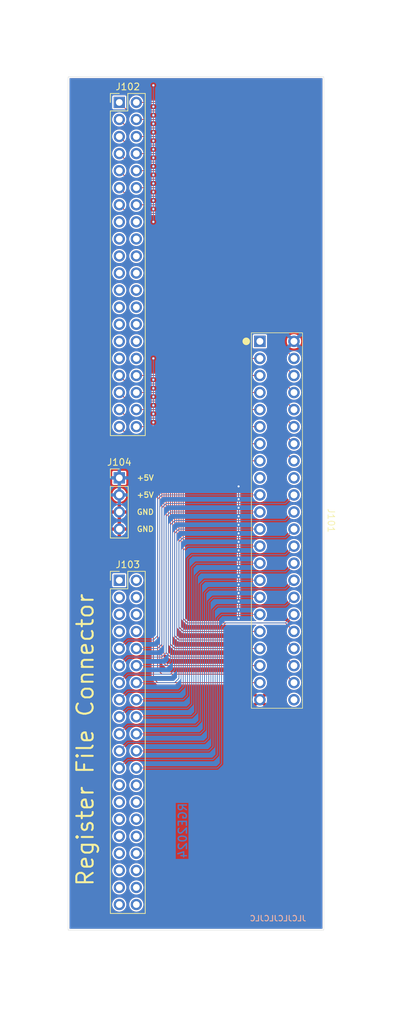
<source format=kicad_pcb>
(kicad_pcb (version 20240108) (generator "pcbnew") (generator_version "8.0")
  (layers (0 "F.Cu" signal) (31 "B.Cu" signal) (34 "B.Paste" user) (35 "F.Paste" user) (36 "B.SilkS" user "B.Silkscreen") (37 "F.SilkS" user "F.Silkscreen") (38 "B.Mask" user) (39 "F.Mask" user) (44 "Edge.Cuts" user))
  (net 0 "")
  (net 1 "/A0")
  (net 2 "/B4")
  (net 3 "/B6")
  (net 4 "/A2")
  (net 5 "/CLK")
  (net 6 "/R_{A}1")
  (net 8 "/B0")
  (net 11 "/~{Active}")
  (net 12 "/R_{B}1")
  (net 13 "/A1")
  (net 14 "/C2")
  (net 15 "/R_{C}1")
  (net 16 "/R_{C}0")
  (net 17 "/B7")
  (net 18 "/R_{A}0")
  (net 19 "/B2")
  (net 20 "/R_{B}3")
  (net 21 "/C1")
  (net 23 "/R_{A}2")
  (net 24 "/R_{C}3")
  (net 25 "/C3")
  (net 26 "/R_{C}2")
  (net 27 "/A5")
  (net 28 "/C6")
  (net 29 "/C7")
  (net 30 "GND")
  (net 31 "/A6")
  (net 32 "/B1")
  (net 33 "/C5")
  (net 34 "/B5")
  (net 35 "/A7")
  (net 36 "+5V")
  (net 37 "/R_{B}2")
  (net 38 "/R_{B}0")
  (net 39 "/R_{A}3")
  (net 40 "/A3")
  (net 41 "/A4")
  (net 42 "/B3")
  (net 43 "/C0")
  (net 44 "/C4")
  (footprint "BoardEdgeConnectors:TE-5530843-4-Mount" (layer "F.Cu") (at 132.715 113.03 -90)
    (property "Reference" "J101" (at 0 -8.08 -90) (layer "F.SilkS") (effects (font (thickness 0.1))))
    (property "Value" "~")
    (fp_rect (start -27.94 -3.81) (end 27.94 3.81) (stroke (width 0.1)) (fill none) (layer "F.SilkS"))
    (fp_circle (center -26.67 4.572) (end -26.162 4.572) (stroke (width 0.1)) (fill solid) (layer "F.SilkS"))
    (pad "A1" thru_hole rect (at -26.67 2.54 270) (size 1.7272 1.7272) (drill 1.016) (layers "*.Cu" "*.Mask"))
    (pad "A2" thru_hole circle (at -24.13 2.54 270) (size 1.7272 1.7272) (drill 1.016) (layers "*.Cu" "*.Mask") (net 16 "/R_{C}0"))
    (pad "A3" thru_hole circle (at -21.59 2.54 270) (size 1.7272 1.7272) (drill 1.016) (layers "*.Cu" "*.Mask") (net 26 "/R_{C}2"))
    (pad "A4" thru_hole circle (at -19.05 2.54 270) (size 1.7272 1.7272) (drill 1.016) (layers "*.Cu" "*.Mask") (net 11 "/~{Active}"))
    (pad "A5" thru_hole circle (at -16.51 2.54 270) (size 1.7272 1.7272) (drill 1.016) (layers "*.Cu" "*.Mask") (net 38 "/R_{B}0"))
    (pad "A6" thru_hole circle (at -13.97 2.54 270) (size 1.7272 1.7272) (drill 1.016) (layers "*.Cu" "*.Mask") (net 37 "/R_{B}2"))
    (pad "A7" thru_hole circle (at -11.43 2.54 270) (size 1.7272 1.7272) (drill 1.016) (layers "*.Cu" "*.Mask") (net 18 "/R_{A}0"))
    (pad "A8" thru_hole circle (at -8.89 2.54 270) (size 1.7272 1.7272) (drill 1.016) (layers "*.Cu" "*.Mask") (net 23 "/R_{A}2"))
    (pad "A9" thru_hole circle (at -6.35 2.54 270) (size 1.7272 1.7272) (drill 1.016) (layers "*.Cu" "*.Mask"))
    (pad "A10" thru_hole circle (at -3.81 2.54 270) (size 1.7272 1.7272) (drill 1.016) (layers "*.Cu" "*.Mask") (net 1 "/A0"))
    (pad "A11" thru_hole circle (at -1.27 2.54 270) (size 1.7272 1.7272) (drill 1.016) (layers "*.Cu" "*.Mask") (net 4 "/A2"))
    (pad "A12" thru_hole circle (at 1.27 2.54 270) (size 1.7272 1.7272) (drill 1.016) (layers "*.Cu" "*.Mask") (net 41 "/A4"))
    (pad "A13" thru_hole circle (at 3.81 2.54 270) (size 1.7272 1.7272) (drill 1.016) (layers "*.Cu" "*.Mask") (net 31 "/A6"))
    (pad "A14" thru_hole circle (at 6.35 2.54 270) (size 1.7272 1.7272) (drill 1.016) (layers "*.Cu" "*.Mask") (net 8 "/B0"))
    (pad "A15" thru_hole circle (at 8.89 2.54 270) (size 1.7272 1.7272) (drill 1.016) (layers "*.Cu" "*.Mask") (net 19 "/B2"))
    (pad "A16" thru_hole circle (at 11.43 2.54 270) (size 1.7272 1.7272) (drill 1.016) (layers "*.Cu" "*.Mask") (net 2 "/B4"))
    (pad "A17" thru_hole circle (at 13.97 2.54 270) (size 1.7272 1.7272) (drill 1.016) (layers "*.Cu" "*.Mask") (net 3 "/B6"))
    (pad "A18" thru_hole circle (at 16.51 2.54 270) (size 1.7272 1.7272) (drill 1.016) (layers "*.Cu" "*.Mask") (net 43 "/C0"))
    (pad "A19" thru_hole circle (at 19.05 2.54 270) (size 1.7272 1.7272) (drill 1.016) (layers "*.Cu" "*.Mask") (net 14 "/C2"))
    (pad "A20" thru_hole circle (at 21.59 2.54 270) (size 1.7272 1.7272) (drill 1.016) (layers "*.Cu" "*.Mask") (net 44 "/C4"))
    (pad "A21" thru_hole circle (at 24.13 2.54 270) (size 1.7272 1.7272) (drill 1.016) (layers "*.Cu" "*.Mask") (net 28 "/C6"))
    (pad "A22" thru_hole circle (at 26.67 2.54 270) (size 1.7272 1.7272) (drill 1.016) (layers "*.Cu" "*.Mask") (net 30 "GND"))
    (pad "B1" thru_hole circle (at -26.67 -2.54 270) (size 1.7272 1.7272) (drill 1.016) (layers "*.Cu" "*.Mask") (net 36 "+5V"))
    (pad "B2" thru_hole circle (at -24.13 -2.54 270) (size 1.7272 1.7272) (drill 1.016) (layers "*.Cu" "*.Mask") (net 15 "/R_{C}1"))
    (pad "B3" thru_hole circle (at -21.59 -2.54 270) (size 1.7272 1.7272) (drill 1.016) (layers "*.Cu" "*.Mask") (net 24 "/R_{C}3"))
    (pad "B4" thru_hole circle (at -19.05 -2.54 270) (size 1.7272 1.7272) (drill 1.016) (layers "*.Cu" "*.Mask") (net 5 "/CLK"))
    (pad "B5" thru_hole circle (at -16.51 -2.54 270) (size 1.7272 1.7272) (drill 1.016) (layers "*.Cu" "*.Mask") (net 12 "/R_{B}1"))
    (pad "B6" thru_hole circle (at -13.97 -2.54 270) (size 1.7272 1.7272) (drill 1.016) (layers "*.Cu" "*.Mask") (net 20 "/R_{B}3"))
    (pad "B7" thru_hole circle (at -11.43 -2.54 270) (size 1.7272 1.7272) (drill 1.016) (layers "*.Cu" "*.Mask") (net 6 "/R_{A}1"))
    (pad "B8" thru_hole circle (at -8.89 -2.54 270) (size 1.7272 1.7272) (drill 1.016) (layers "*.Cu" "*.Mask") (net 39 "/R_{A}3"))
    (pad "B9" thru_hole circle (at -6.35 -2.54 270) (size 1.7272 1.7272) (drill 1.016) (layers "*.Cu" "*.Mask"))
    (pad "B10" thru_hole circle (at -3.81 -2.54 270) (size 1.7272 1.7272) (drill 1.016) (layers "*.Cu" "*.Mask") (net 13 "/A1"))
    (pad "B11" thru_hole circle (at -1.27 -2.54 270) (size 1.7272 1.7272) (drill 1.016) (layers "*.Cu" "*.Mask") (net 40 "/A3"))
    (pad "B12" thru_hole circle (at 1.27 -2.54 270) (size 1.7272 1.7272) (drill 1.016) (layers "*.Cu" "*.Mask") (net 27 "/A5"))
    (pad "B13" thru_hole circle (at 3.81 -2.54 270) (size 1.7272 1.7272) (drill 1.016) (layers "*.Cu" "*.Mask") (net 35 "/A7"))
    (pad "B14" thru_hole circle (at 6.35 -2.54 270) (size 1.7272 1.7272) (drill 1.016) (layers "*.Cu" "*.Mask") (net 32 "/B1"))
    (pad "B15" thru_hole circle (at 8.89 -2.54 270) (size 1.7272 1.7272) (drill 1.016) (layers "*.Cu" "*.Mask") (net 42 "/B3"))
    (pad "B16" thru_hole circle (at 11.43 -2.54 270) (size 1.7272 1.7272) (drill 1.016) (layers "*.Cu" "*.Mask") (net 34 "/B5"))
    (pad "B17" thru_hole circle (at 13.97 -2.54 270) (size 1.7272 1.7272) (drill 1.016) (layers "*.Cu" "*.Mask") (net 17 "/B7"))
    (pad "B18" thru_hole circle (at 16.51 -2.54 270) (size 1.7272 1.7272) (drill 1.016) (layers "*.Cu" "*.Mask") (net 21 "/C1"))
    (pad "B19" thru_hole circle (at 19.05 -2.54 270) (size 1.7272 1.7272) (drill 1.016) (layers "*.Cu" "*.Mask") (net 25 "/C3"))
    (pad "B20" thru_hole circle (at 21.59 -2.54 270) (size 1.7272 1.7272) (drill 1.016) (layers "*.Cu" "*.Mask") (net 33 "/C5"))
    (pad "B21" thru_hole circle (at 24.13 -2.54 270) (size 1.7272 1.7272) (drill 1.016) (layers "*.Cu" "*.Mask") (net 29 "/C7"))
    (pad "B22" thru_hole circle (at 26.67 -2.54 270) (size 1.7272 1.7272) (drill 1.016) (layers "*.Cu" "*.Mask"))
  )
  (footprint "Connector_PinHeader_2.54mm:PinHeader_2x20_P2.54mm_Vertical" (layer "F.Cu") (at 109.22 121.92)
    (property "Reference" "J103" (at 1.27 -2.33 0) (layer "F.SilkS"))
    (property "Value" "Conn_02x20_Odd_Even")
    (fp_line (start -1.33 -1.33) (end 0 -1.33) (stroke (width 0.12)) (layer "F.SilkS"))
    (fp_line (start -1.33 0) (end -1.33 -1.33) (stroke (width 0.12)) (layer "F.SilkS"))
    (fp_line (start -1.33 1.27) (end -1.33 49.59) (stroke (width 0.12)) (layer "F.SilkS"))
    (fp_line (start -1.33 1.27) (end 1.27 1.27) (stroke (width 0.12)) (layer "F.SilkS"))
    (fp_line (start -1.33 49.59) (end 3.87 49.59) (stroke (width 0.12)) (layer "F.SilkS"))
    (fp_line (start 1.27 -1.33) (end 3.87 -1.33) (stroke (width 0.12)) (layer "F.SilkS"))
    (fp_line (start 1.27 1.27) (end 1.27 -1.33) (stroke (width 0.12)) (layer "F.SilkS"))
    (fp_line (start 3.87 -1.33) (end 3.87 49.59) (stroke (width 0.12)) (layer "F.SilkS"))
    (pad "1" thru_hole rect (at 0 0) (size 1.7 1.7) (drill 1) (layers "*.Cu" "*.Mask"))
    (pad "2" thru_hole oval (at 2.54 0) (size 1.7 1.7) (drill 1) (layers "*.Cu" "*.Mask"))
    (pad "3" thru_hole oval (at 0 2.54) (size 1.7 1.7) (drill 1) (layers "*.Cu" "*.Mask"))
    (pad "4" thru_hole oval (at 2.54 2.54) (size 1.7 1.7) (drill 1) (layers "*.Cu" "*.Mask"))
    (pad "5" thru_hole oval (at 0 5.08) (size 1.7 1.7) (drill 1) (layers "*.Cu" "*.Mask"))
    (pad "6" thru_hole oval (at 2.54 5.08) (size 1.7 1.7) (drill 1) (layers "*.Cu" "*.Mask"))
    (pad "7" thru_hole oval (at 0 7.62) (size 1.7 1.7) (drill 1) (layers "*.Cu" "*.Mask"))
    (pad "8" thru_hole oval (at 2.54 7.62) (size 1.7 1.7) (drill 1) (layers "*.Cu" "*.Mask"))
    (pad "9" thru_hole oval (at 0 10.16) (size 1.7 1.7) (drill 1) (layers "*.Cu" "*.Mask") (net 1 "/A0"))
    (pad "10" thru_hole oval (at 2.54 10.16) (size 1.7 1.7) (drill 1) (layers "*.Cu" "*.Mask") (net 13 "/A1"))
    (pad "11" thru_hole oval (at 0 12.7) (size 1.7 1.7) (drill 1) (layers "*.Cu" "*.Mask") (net 4 "/A2"))
    (pad "12" thru_hole oval (at 2.54 12.7) (size 1.7 1.7) (drill 1) (layers "*.Cu" "*.Mask") (net 40 "/A3"))
    (pad "13" thru_hole oval (at 0 15.24) (size 1.7 1.7) (drill 1) (layers "*.Cu" "*.Mask") (net 41 "/A4"))
    (pad "14" thru_hole oval (at 2.54 15.24) (size 1.7 1.7) (drill 1) (layers "*.Cu" "*.Mask") (net 27 "/A5"))
    (pad "15" thru_hole oval (at 0 17.78) (size 1.7 1.7) (drill 1) (layers "*.Cu" "*.Mask") (net 31 "/A6"))
    (pad "16" thru_hole oval (at 2.54 17.78) (size 1.7 1.7) (drill 1) (layers "*.Cu" "*.Mask") (net 35 "/A7"))
    (pad "17" thru_hole oval (at 0 20.32) (size 1.7 1.7) (drill 1) (layers "*.Cu" "*.Mask") (net 8 "/B0"))
    (pad "18" thru_hole oval (at 2.54 20.32) (size 1.7 1.7) (drill 1) (layers "*.Cu" "*.Mask") (net 32 "/B1"))
    (pad "19" thru_hole oval (at 0 22.86) (size 1.7 1.7) (drill 1) (layers "*.Cu" "*.Mask") (net 19 "/B2"))
    (pad "20" thru_hole oval (at 2.54 22.86) (size 1.7 1.7) (drill 1) (layers "*.Cu" "*.Mask") (net 42 "/B3"))
    (pad "21" thru_hole oval (at 0 25.4) (size 1.7 1.7) (drill 1) (layers "*.Cu" "*.Mask") (net 2 "/B4"))
    (pad "22" thru_hole oval (at 2.54 25.4) (size 1.7 1.7) (drill 1) (layers "*.Cu" "*.Mask") (net 34 "/B5"))
    (pad "23" thru_hole oval (at 0 27.94) (size 1.7 1.7) (drill 1) (layers "*.Cu" "*.Mask") (net 3 "/B6"))
    (pad "24" thru_hole oval (at 2.54 27.94) (size 1.7 1.7) (drill 1) (layers "*.Cu" "*.Mask") (net 17 "/B7"))
    (pad "25" thru_hole oval (at 0 30.48) (size 1.7 1.7) (drill 1) (layers "*.Cu" "*.Mask"))
    (pad "26" thru_hole oval (at 2.54 30.48) (size 1.7 1.7) (drill 1) (layers "*.Cu" "*.Mask"))
    (pad "27" thru_hole oval (at 0 33.02) (size 1.7 1.7) (drill 1) (layers "*.Cu" "*.Mask"))
    (pad "28" thru_hole oval (at 2.54 33.02) (size 1.7 1.7) (drill 1) (layers "*.Cu" "*.Mask"))
    (pad "29" thru_hole oval (at 0 35.56) (size 1.7 1.7) (drill 1) (layers "*.Cu" "*.Mask"))
    (pad "30" thru_hole oval (at 2.54 35.56) (size 1.7 1.7) (drill 1) (layers "*.Cu" "*.Mask"))
    (pad "31" thru_hole oval (at 0 38.1) (size 1.7 1.7) (drill 1) (layers "*.Cu" "*.Mask"))
    (pad "32" thru_hole oval (at 2.54 38.1) (size 1.7 1.7) (drill 1) (layers "*.Cu" "*.Mask"))
    (pad "33" thru_hole oval (at 0 40.64) (size 1.7 1.7) (drill 1) (layers "*.Cu" "*.Mask"))
    (pad "34" thru_hole oval (at 2.54 40.64) (size 1.7 1.7) (drill 1) (layers "*.Cu" "*.Mask"))
    (pad "35" thru_hole oval (at 0 43.18) (size 1.7 1.7) (drill 1) (layers "*.Cu" "*.Mask"))
    (pad "36" thru_hole oval (at 2.54 43.18) (size 1.7 1.7) (drill 1) (layers "*.Cu" "*.Mask"))
    (pad "37" thru_hole oval (at 0 45.72) (size 1.7 1.7) (drill 1) (layers "*.Cu" "*.Mask"))
    (pad "38" thru_hole oval (at 2.54 45.72) (size 1.7 1.7) (drill 1) (layers "*.Cu" "*.Mask"))
    (pad "39" thru_hole oval (at 0 48.26) (size 1.7 1.7) (drill 1) (layers "*.Cu" "*.Mask"))
    (pad "40" thru_hole oval (at 2.54 48.26) (size 1.7 1.7) (drill 1) (layers "*.Cu" "*.Mask"))
  )
  (footprint "Connector_PinHeader_2.54mm:PinHeader_2x20_P2.54mm_Vertical" (layer "F.Cu") (at 109.22 50.8)
    (property "Reference" "J102" (at 1.27 -2.33 0) (layer "F.SilkS"))
    (property "Value" "Conn_02x20_Odd_Even")
    (fp_line (start -1.33 -1.33) (end 0 -1.33) (stroke (width 0.12)) (layer "F.SilkS"))
    (fp_line (start -1.33 0) (end -1.33 -1.33) (stroke (width 0.12)) (layer "F.SilkS"))
    (fp_line (start -1.33 1.27) (end -1.33 49.59) (stroke (width 0.12)) (layer "F.SilkS"))
    (fp_line (start -1.33 1.27) (end 1.27 1.27) (stroke (width 0.12)) (layer "F.SilkS"))
    (fp_line (start -1.33 49.59) (end 3.87 49.59) (stroke (width 0.12)) (layer "F.SilkS"))
    (fp_line (start 1.27 -1.33) (end 3.87 -1.33) (stroke (width 0.12)) (layer "F.SilkS"))
    (fp_line (start 1.27 1.27) (end 1.27 -1.33) (stroke (width 0.12)) (layer "F.SilkS"))
    (fp_line (start 3.87 -1.33) (end 3.87 49.59) (stroke (width 0.12)) (layer "F.SilkS"))
    (pad "1" thru_hole rect (at 0 0) (size 1.7 1.7) (drill 1) (layers "*.Cu" "*.Mask") (net 16 "/R_{C}0"))
    (pad "2" thru_hole oval (at 2.54 0) (size 1.7 1.7) (drill 1) (layers "*.Cu" "*.Mask") (net 15 "/R_{C}1"))
    (pad "3" thru_hole oval (at 0 2.54) (size 1.7 1.7) (drill 1) (layers "*.Cu" "*.Mask") (net 26 "/R_{C}2"))
    (pad "4" thru_hole oval (at 2.54 2.54) (size 1.7 1.7) (drill 1) (layers "*.Cu" "*.Mask") (net 24 "/R_{C}3"))
    (pad "5" thru_hole oval (at 0 5.08) (size 1.7 1.7) (drill 1) (layers "*.Cu" "*.Mask") (net 11 "/~{Active}"))
    (pad "6" thru_hole oval (at 2.54 5.08) (size 1.7 1.7) (drill 1) (layers "*.Cu" "*.Mask") (net 5 "/CLK"))
    (pad "7" thru_hole oval (at 0 7.62) (size 1.7 1.7) (drill 1) (layers "*.Cu" "*.Mask") (net 38 "/R_{B}0"))
    (pad "8" thru_hole oval (at 2.54 7.62) (size 1.7 1.7) (drill 1) (layers "*.Cu" "*.Mask") (net 12 "/R_{B}1"))
    (pad "9" thru_hole oval (at 0 10.16) (size 1.7 1.7) (drill 1) (layers "*.Cu" "*.Mask") (net 37 "/R_{B}2"))
    (pad "10" thru_hole oval (at 2.54 10.16) (size 1.7 1.7) (drill 1) (layers "*.Cu" "*.Mask") (net 20 "/R_{B}3"))
    (pad "11" thru_hole oval (at 0 12.7) (size 1.7 1.7) (drill 1) (layers "*.Cu" "*.Mask") (net 18 "/R_{A}0"))
    (pad "12" thru_hole oval (at 2.54 12.7) (size 1.7 1.7) (drill 1) (layers "*.Cu" "*.Mask") (net 6 "/R_{A}1"))
    (pad "13" thru_hole oval (at 0 15.24) (size 1.7 1.7) (drill 1) (layers "*.Cu" "*.Mask") (net 23 "/R_{A}2"))
    (pad "14" thru_hole oval (at 2.54 15.24) (size 1.7 1.7) (drill 1) (layers "*.Cu" "*.Mask") (net 39 "/R_{A}3"))
    (pad "15" thru_hole oval (at 0 17.78) (size 1.7 1.7) (drill 1) (layers "*.Cu" "*.Mask"))
    (pad "16" thru_hole oval (at 2.54 17.78) (size 1.7 1.7) (drill 1) (layers "*.Cu" "*.Mask"))
    (pad "17" thru_hole oval (at 0 20.32) (size 1.7 1.7) (drill 1) (layers "*.Cu" "*.Mask"))
    (pad "18" thru_hole oval (at 2.54 20.32) (size 1.7 1.7) (drill 1) (layers "*.Cu" "*.Mask"))
    (pad "19" thru_hole oval (at 0 22.86) (size 1.7 1.7) (drill 1) (layers "*.Cu" "*.Mask"))
    (pad "20" thru_hole oval (at 2.54 22.86) (size 1.7 1.7) (drill 1) (layers "*.Cu" "*.Mask"))
    (pad "21" thru_hole oval (at 0 25.4) (size 1.7 1.7) (drill 1) (layers "*.Cu" "*.Mask"))
    (pad "22" thru_hole oval (at 2.54 25.4) (size 1.7 1.7) (drill 1) (layers "*.Cu" "*.Mask"))
    (pad "23" thru_hole oval (at 0 27.94) (size 1.7 1.7) (drill 1) (layers "*.Cu" "*.Mask"))
    (pad "24" thru_hole oval (at 2.54 27.94) (size 1.7 1.7) (drill 1) (layers "*.Cu" "*.Mask"))
    (pad "25" thru_hole oval (at 0 30.48) (size 1.7 1.7) (drill 1) (layers "*.Cu" "*.Mask"))
    (pad "26" thru_hole oval (at 2.54 30.48) (size 1.7 1.7) (drill 1) (layers "*.Cu" "*.Mask"))
    (pad "27" thru_hole oval (at 0 33.02) (size 1.7 1.7) (drill 1) (layers "*.Cu" "*.Mask"))
    (pad "28" thru_hole oval (at 2.54 33.02) (size 1.7 1.7) (drill 1) (layers "*.Cu" "*.Mask"))
    (pad "29" thru_hole oval (at 0 35.56) (size 1.7 1.7) (drill 1) (layers "*.Cu" "*.Mask"))
    (pad "30" thru_hole oval (at 2.54 35.56) (size 1.7 1.7) (drill 1) (layers "*.Cu" "*.Mask"))
    (pad "31" thru_hole oval (at 0 38.1) (size 1.7 1.7) (drill 1) (layers "*.Cu" "*.Mask"))
    (pad "32" thru_hole oval (at 2.54 38.1) (size 1.7 1.7) (drill 1) (layers "*.Cu" "*.Mask"))
    (pad "33" thru_hole oval (at 0 40.64) (size 1.7 1.7) (drill 1) (layers "*.Cu" "*.Mask") (net 43 "/C0"))
    (pad "34" thru_hole oval (at 2.54 40.64) (size 1.7 1.7) (drill 1) (layers "*.Cu" "*.Mask") (net 21 "/C1"))
    (pad "35" thru_hole oval (at 0 43.18) (size 1.7 1.7) (drill 1) (layers "*.Cu" "*.Mask") (net 14 "/C2"))
    (pad "36" thru_hole oval (at 2.54 43.18) (size 1.7 1.7) (drill 1) (layers "*.Cu" "*.Mask") (net 25 "/C3"))
    (pad "37" thru_hole oval (at 0 45.72) (size 1.7 1.7) (drill 1) (layers "*.Cu" "*.Mask") (net 44 "/C4"))
    (pad "38" thru_hole oval (at 2.54 45.72) (size 1.7 1.7) (drill 1) (layers "*.Cu" "*.Mask") (net 33 "/C5"))
    (pad "39" thru_hole oval (at 0 48.26) (size 1.7 1.7) (drill 1) (layers "*.Cu" "*.Mask") (net 28 "/C6"))
    (pad "40" thru_hole oval (at 2.54 48.26) (size 1.7 1.7) (drill 1) (layers "*.Cu" "*.Mask") (net 29 "/C7"))
  )
  (footprint "Connector_PinHeader_2.54mm:PinHeader_1x04_P2.54mm_Vertical" (layer "F.Cu") (at 109.22 106.68)
    (property "Reference" "J104" (at 0 -2.33 0) (layer "F.SilkS"))
    (property "Value" "Conn_01x04")
    (fp_line (start -1.33 -1.33) (end 0 -1.33) (stroke (width 0.12)) (layer "F.SilkS"))
    (fp_line (start -1.33 0) (end -1.33 -1.33) (stroke (width 0.12)) (layer "F.SilkS"))
    (fp_line (start -1.33 1.27) (end -1.33 8.95) (stroke (width 0.12)) (layer "F.SilkS"))
    (fp_line (start -1.33 1.27) (end 1.33 1.27) (stroke (width 0.12)) (layer "F.SilkS"))
    (fp_line (start -1.33 8.95) (end 1.33 8.95) (stroke (width 0.12)) (layer "F.SilkS"))
    (fp_line (start 1.33 1.27) (end 1.33 8.95) (stroke (width 0.12)) (layer "F.SilkS"))
    (pad "1" thru_hole rect (at 0 0) (size 1.7 1.7) (drill 1) (layers "*.Cu" "*.Mask") (net 36 "+5V"))
    (pad "2" thru_hole oval (at 0 2.54) (size 1.7 1.7) (drill 1) (layers "*.Cu" "*.Mask") (net 36 "+5V"))
    (pad "3" thru_hole oval (at 0 5.08) (size 1.7 1.7) (drill 1) (layers "*.Cu" "*.Mask") (net 30 "GND"))
    (pad "4" thru_hole oval (at 0 7.62) (size 1.7 1.7) (drill 1) (layers "*.Cu" "*.Mask") (net 30 "GND"))
  )
  (gr_rect (start 101.6 46.99) (end 139.7 173.99) (stroke (width 0.05)) (fill none) (layer "Edge.Cuts"))
  (gr_text "RGE2024" (at 119.38 154.94 90) (layer "B.Cu") (effects (font (size 1.2192 1.2192) (thickness 0.2032) (bold yes)) (justify left bottom mirror)))
  (gr_text "JLCJLCJLCJLC" (at 137.16 172.72 0) (layer "B.SilkS") (effects (font (size 0.8128 0.8128) (thickness 0.1524) (bold yes)) (justify left bottom mirror)))
  (gr_text "+5V" (at 111.76 109.22 0) (layer "F.SilkS") (effects (font (size 0.8128 0.8128) (thickness 0.1524) (bold yes)) (justify left)))
  (gr_text "GND" (at 111.76 111.76 0) (layer "F.SilkS") (effects (font (size 0.8128 0.8128) (thickness 0.1524) (bold yes)) (justify left)))
  (gr_text "GND" (at 111.76 114.3 0) (layer "F.SilkS") (effects (font (size 0.8128 0.8128) (thickness 0.1524) (bold yes)) (justify left)))
  (gr_text "+5V" (at 111.76 106.68 0) (layer "F.SilkS") (effects (font (size 0.8128 0.8128) (thickness 0.1524) (bold yes)) (justify left)))
  (gr_text "Register File Connector" (at 104.14 167.64 90) (layer "F.SilkS") (effects (font (size 2.4384 2.4384) (thickness 0.3048)) (justify left)))
  (segment (start 110.49 130.81) (end 109.22 132.08) (width 0.127) (layer "B.Cu") (net 1))
  (segment (start 114.935 109.855) (end 114.935 130.175) (width 0.127) (layer "B.Cu") (net 1))
  (segment (start 114.935 130.175) (end 114.3 130.81) (width 0.127) (layer "B.Cu") (net 1))
  (segment (start 130.175 109.22) (end 115.57 109.22) (width 0.127) (layer "B.Cu") (net 1))
  (segment (start 115.57 109.22) (end 114.935 109.855) (width 0.127) (layer "B.Cu") (net 1))
  (segment (start 114.3 130.81) (end 110.49 130.81) (width 0.127) (layer "B.Cu") (net 1))
  (segment (start 122.555 145.415) (end 121.92 146.05) (width 0.127) (layer "B.Cu") (net 2))
  (segment (start 123.19 124.46) (end 122.555 125.095) (width 0.127) (layer "B.Cu") (net 2))
  (segment (start 130.175 124.46) (end 123.19 124.46) (width 0.127) (layer "B.Cu") (net 2))
  (segment (start 122.555 125.095) (end 122.555 145.415) (width 0.127) (layer "B.Cu") (net 2))
  (segment (start 110.49 146.05) (end 109.22 147.32) (width 0.127) (layer "B.Cu") (net 2))
  (segment (start 121.92 146.05) (end 110.49 146.05) (width 0.127) (layer "B.Cu") (net 2))
  (segment (start 123.825 127.635) (end 123.825 147.955) (width 0.127) (layer "B.Cu") (net 3))
  (segment (start 124.46 127) (end 123.825 127.635) (width 0.127) (layer "B.Cu") (net 3))
  (segment (start 130.175 127) (end 124.46 127) (width 0.127) (layer "B.Cu") (net 3))
  (segment (start 110.49 148.59) (end 109.22 149.86) (width 0.127) (layer "B.Cu") (net 3))
  (segment (start 123.19 148.59) (end 110.49 148.59) (width 0.127) (layer "B.Cu") (net 3))
  (segment (start 123.825 147.955) (end 123.19 148.59) (width 0.127) (layer "B.Cu") (net 3))
  (segment (start 116.205 112.395) (end 116.205 132.715) (width 0.127) (layer "B.Cu") (net 4))
  (segment (start 116.205 132.715) (end 115.57 133.35) (width 0.127) (layer "B.Cu") (net 4))
  (segment (start 116.84 111.76) (end 116.205 112.395) (width 0.127) (layer "B.Cu") (net 4))
  (segment (start 130.175 111.76) (end 116.84 111.76) (width 0.127) (layer "B.Cu") (net 4))
  (segment (start 110.49 133.35) (end 109.22 134.62) (width 0.127) (layer "B.Cu") (net 4))
  (segment (start 115.57 133.35) (end 110.49 133.35) (width 0.127) (layer "B.Cu") (net 4))
  (segment (start 111.76 55.88) (end 125.095 55.88) (width 0.127) (layer "F.Cu") (net 5))
  (segment (start 125.095 55.88) (end 125.73 56.515) (width 0.127) (layer "F.Cu") (net 5))
  (segment (start 125.73 92.075) (end 126.365 92.71) (width 0.127) (layer "F.Cu") (net 5))
  (segment (start 126.365 92.71) (end 133.985 92.71) (width 0.127) (layer "F.Cu") (net 5))
  (segment (start 125.73 56.515) (end 125.73 92.075) (width 0.127) (layer "F.Cu") (net 5))
  (segment (start 133.985 92.71) (end 135.255 93.98) (width 0.127) (layer "F.Cu") (net 5))
  (segment (start 121.285 63.5) (end 121.92 64.135) (width 0.127) (layer "F.Cu") (net 6))
  (segment (start 111.76 63.5) (end 121.285 63.5) (width 0.127) (layer "F.Cu") (net 6))
  (segment (start 121.92 99.695) (end 122.555 100.33) (width 0.127) (layer "F.Cu") (net 6))
  (segment (start 122.555 100.33) (end 133.985 100.33) (width 0.127) (layer "F.Cu") (net 6))
  (segment (start 133.985 100.33) (end 135.255 101.6) (width 0.127) (layer "F.Cu") (net 6))
  (segment (start 121.92 64.135) (end 121.92 99.695) (width 0.127) (layer "F.Cu") (net 6))
  (segment (start 119.38 140.97) (end 110.49 140.97) (width 0.127) (layer "B.Cu") (net 8))
  (segment (start 130.175 119.38) (end 120.65 119.38) (width 0.127) (layer "B.Cu") (net 8))
  (segment (start 120.015 120.015) (end 120.015 140.335) (width 0.127) (layer "B.Cu") (net 8))
  (segment (start 120.015 140.335) (end 119.38 140.97) (width 0.127) (layer "B.Cu") (net 8))
  (segment (start 110.49 140.97) (end 109.22 142.24) (width 0.127) (layer "B.Cu") (net 8))
  (segment (start 120.65 119.38) (end 120.015 120.015) (width 0.127) (layer "B.Cu") (net 8))
  (segment (start 110.49 57.15) (end 109.22 55.88) (width 0.127) (layer "F.Cu") (net 11))
  (segment (start 125.095 93.345) (end 125.095 57.785) (width 0.127) (layer "F.Cu") (net 11))
  (segment (start 124.46 57.15) (end 110.49 57.15) (width 0.127) (layer "F.Cu") (net 11))
  (segment (start 125.095 57.785) (end 124.46 57.15) (width 0.127) (layer "F.Cu") (net 11))
  (segment (start 125.73 93.98) (end 125.095 93.345) (width 0.127) (layer "F.Cu") (net 11))
  (segment (start 130.175 93.98) (end 125.73 93.98) (width 0.127) (layer "F.Cu") (net 11))
  (segment (start 125.095 95.25) (end 133.985 95.25) (width 0.127) (layer "F.Cu") (net 12))
  (segment (start 111.76 58.42) (end 123.825 58.42) (width 0.127) (layer "F.Cu") (net 12))
  (segment (start 123.825 58.42) (end 124.46 59.055) (width 0.127) (layer "F.Cu") (net 12))
  (segment (start 133.985 95.25) (end 135.255 96.52) (width 0.127) (layer "F.Cu") (net 12))
  (segment (start 124.46 94.615) (end 125.095 95.25) (width 0.127) (layer "F.Cu") (net 12))
  (segment (start 124.46 59.055) (end 124.46 94.615) (width 0.127) (layer "F.Cu") (net 12))
  (segment (start 111.76 132.08) (end 114.935 132.08) (width 0.127) (layer "B.Cu") (net 13))
  (segment (start 133.985 110.49) (end 135.255 109.22) (width 0.127) (layer "B.Cu") (net 13))
  (segment (start 115.57 111.125) (end 116.205 110.49) (width 0.127) (layer "B.Cu") (net 13))
  (segment (start 114.935 132.08) (end 115.57 131.445) (width 0.127) (layer "B.Cu") (net 13))
  (segment (start 115.57 131.445) (end 115.57 111.125) (width 0.127) (layer "B.Cu") (net 13))
  (segment (start 116.205 110.49) (end 133.985 110.49) (width 0.127) (layer "B.Cu") (net 13))
  (segment (start 116.84 131.445) (end 116.84 95.885) (width 0.127) (layer "F.Cu") (net 14))
  (segment (start 117.475 132.08) (end 116.84 131.445) (width 0.127) (layer "F.Cu") (net 14))
  (segment (start 110.49 95.25) (end 109.22 93.98) (width 0.127) (layer "F.Cu") (net 14))
  (segment (start 116.84 95.885) (end 116.205 95.25) (width 0.127) (layer "F.Cu") (net 14))
  (segment (start 130.175 132.08) (end 117.475 132.08) (width 0.127) (layer "F.Cu") (net 14))
  (segment (start 116.205 95.25) (end 110.49 95.25) (width 0.127) (layer "F.Cu") (net 14))
  (segment (start 135.255 88.9) (end 133.35 86.995) (width 0.127) (layer "F.Cu") (net 15))
  (segment (start 133.35 86.995) (end 133.35 51.435) (width 0.127) (layer "F.Cu") (net 15))
  (segment (start 133.35 51.435) (end 132.715 50.8) (width 0.127) (layer "F.Cu") (net 15))
  (segment (start 132.715 50.8) (end 111.76 50.8) (width 0.127) (layer "F.Cu") (net 15))
  (segment (start 110.49 52.07) (end 109.22 50.8) (width 0.127) (layer "F.Cu") (net 16))
  (segment (start 127.635 52.705) (end 127 52.07) (width 0.127) (layer "F.Cu") (net 16))
  (segment (start 128.27 88.9) (end 127.635 88.265) (width 0.127) (layer "F.Cu") (net 16))
  (segment (start 130.175 88.9) (end 128.27 88.9) (width 0.127) (layer "F.Cu") (net 16))
  (segment (start 127.635 88.265) (end 127.635 52.705) (width 0.127) (layer "F.Cu") (net 16))
  (segment (start 127 52.07) (end 110.49 52.07) (width 0.127) (layer "F.Cu") (net 16))
  (segment (start 125.095 128.27) (end 133.985 128.27) (width 0.127) (layer "B.Cu") (net 17))
  (segment (start 123.825 149.86) (end 124.46 149.225) (width 0.127) (layer "B.Cu") (net 17))
  (segment (start 133.985 128.27) (end 135.255 127) (width 0.127) (layer "B.Cu") (net 17))
  (segment (start 111.76 149.86) (end 123.825 149.86) (width 0.127) (layer "B.Cu") (net 17))
  (segment (start 124.46 149.225) (end 124.46 128.905) (width 0.127) (layer "B.Cu") (net 17))
  (segment (start 124.46 128.905) (end 125.095 128.27) (width 0.127) (layer "B.Cu") (net 17))
  (segment (start 121.285 65.405) (end 120.65 64.77) (width 0.127) (layer "F.Cu") (net 18))
  (segment (start 110.49 64.77) (end 109.22 63.5) (width 0.127) (layer "F.Cu") (net 18))
  (segment (start 121.92 101.6) (end 121.285 100.965) (width 0.127) (layer "F.Cu") (net 18))
  (segment (start 130.175 101.6) (end 121.92 101.6) (width 0.127) (layer "F.Cu") (net 18))
  (segment (start 120.65 64.77) (end 110.49 64.77) (width 0.127) (layer "F.Cu") (net 18))
  (segment (start 121.285 100.965) (end 121.285 65.405) (width 0.127) (layer "F.Cu") (net 18))
  (segment (start 130.175 121.92) (end 121.92 121.92) (width 0.127) (layer "B.Cu") (net 19))
  (segment (start 121.285 122.555) (end 121.285 142.875) (width 0.127) (layer "B.Cu") (net 19))
  (segment (start 121.285 142.875) (end 120.65 143.51) (width 0.127) (layer "B.Cu") (net 19))
  (segment (start 110.49 143.51) (end 109.22 144.78) (width 0.127) (layer "B.Cu") (net 19))
  (segment (start 120.65 143.51) (end 110.49 143.51) (width 0.127) (layer "B.Cu") (net 19))
  (segment (start 121.92 121.92) (end 121.285 122.555) (width 0.127) (layer "B.Cu") (net 19))
  (segment (start 123.825 97.79) (end 123.19 97.155) (width 0.127) (layer "F.Cu") (net 20))
  (segment (start 133.985 97.79) (end 123.825 97.79) (width 0.127) (layer "F.Cu") (net 20))
  (segment (start 123.19 61.595) (end 122.555 60.96) (width 0.127) (layer "F.Cu") (net 20))
  (segment (start 122.555 60.96) (end 111.76 60.96) (width 0.127) (layer "F.Cu") (net 20))
  (segment (start 123.19 97.155) (end 123.19 61.595) (width 0.127) (layer "F.Cu") (net 20))
  (segment (start 135.255 99.06) (end 133.985 97.79) (width 0.127) (layer "F.Cu") (net 20))
  (segment (start 118.11 91.44) (end 118.745 92.075) (width 0.127) (layer "F.Cu") (net 21))
  (segment (start 119.38 128.27) (end 133.985 128.27) (width 0.127) (layer "F.Cu") (net 21))
  (segment (start 118.745 127.635) (end 119.38 128.27) (width 0.127) (layer "F.Cu") (net 21))
  (segment (start 111.76 91.44) (end 118.11 91.44) (width 0.127) (layer "F.Cu") (net 21))
  (segment (start 133.985 128.27) (end 135.255 129.54) (width 0.127) (layer "F.Cu") (net 21))
  (segment (start 118.745 92.075) (end 118.745 127.635) (width 0.127) (layer "F.Cu") (net 21))
  (segment (start 110.49 67.31) (end 119.38 67.31) (width 0.127) (layer "F.Cu") (net 23))
  (segment (start 109.22 66.04) (end 110.49 67.31) (width 0.127) (layer "F.Cu") (net 23))
  (segment (start 119.38 67.31) (end 120.015 67.945) (width 0.127) (layer "F.Cu") (net 23))
  (segment (start 120.65 104.14) (end 130.175 104.14) (width 0.127) (layer "F.Cu") (net 23))
  (segment (start 120.015 67.945) (end 120.015 103.505) (width 0.127) (layer "F.Cu") (net 23))
  (segment (start 120.015 103.505) (end 120.65 104.14) (width 0.127) (layer "F.Cu") (net 23))
  (segment (start 126.365 53.34) (end 127 53.975) (width 0.127) (layer "F.Cu") (net 24))
  (segment (start 127 53.975) (end 127 89.535) (width 0.127) (layer "F.Cu") (net 24))
  (segment (start 127 89.535) (end 127.635 90.17) (width 0.127) (layer "F.Cu") (net 24))
  (segment (start 127.635 90.17) (end 133.985 90.17) (width 0.127) (layer "F.Cu") (net 24))
  (segment (start 133.985 90.17) (end 135.255 91.44) (width 0.127) (layer "F.Cu") (net 24))
  (segment (start 111.76 53.34) (end 126.365 53.34) (width 0.127) (layer "F.Cu") (net 24))
  (segment (start 116.84 93.98) (end 117.475 94.615) (width 0.127) (layer "F.Cu") (net 25))
  (segment (start 133.985 130.81) (end 135.255 132.08) (width 0.127) (layer "F.Cu") (net 25))
  (segment (start 111.76 93.98) (end 116.84 93.98) (width 0.127) (layer "F.Cu") (net 25))
  (segment (start 117.475 130.175) (end 118.11 130.81) (width 0.127) (layer "F.Cu") (net 25))
  (segment (start 117.475 94.615) (end 117.475 130.175) (width 0.127) (layer "F.Cu") (net 25))
  (segment (start 118.11 130.81) (end 133.985 130.81) (width 0.127) (layer "F.Cu") (net 25))
  (segment (start 127 91.44) (end 126.365 90.805) (width 0.127) (layer "F.Cu") (net 26))
  (segment (start 126.365 55.245) (end 125.73 54.61) (width 0.127) (layer "F.Cu") (net 26))
  (segment (start 125.73 54.61) (end 110.49 54.61) (width 0.127) (layer "F.Cu") (net 26))
  (segment (start 130.175 91.44) (end 127 91.44) (width 0.127) (layer "F.Cu") (net 26))
  (segment (start 110.49 54.61) (end 109.22 53.34) (width 0.127) (layer "F.Cu") (net 26))
  (segment (start 126.365 90.805) (end 126.365 55.245) (width 0.127) (layer "F.Cu") (net 26))
  (segment (start 117.475 137.16) (end 118.11 136.525) (width 0.127) (layer "B.Cu") (net 27))
  (segment (start 118.745 115.57) (end 133.985 115.57) (width 0.127) (layer "B.Cu") (net 27))
  (segment (start 111.76 137.16) (end 117.475 137.16) (width 0.127) (layer "B.Cu") (net 27))
  (segment (start 118.11 136.525) (end 118.11 116.205) (width 0.127) (layer "B.Cu") (net 27))
  (segment (start 133.985 115.57) (end 135.255 114.3) (width 0.127) (layer "B.Cu") (net 27))
  (segment (start 118.11 116.205) (end 118.745 115.57) (width 0.127) (layer "B.Cu") (net 27))
  (segment (start 109.22 99.06) (end 110.49 100.33) (width 0.127) (layer "F.Cu") (net 28))
  (segment (start 114.935 137.16) (end 130.175 137.16) (width 0.127) (layer "F.Cu") (net 28))
  (segment (start 114.3 100.965) (end 114.3 136.525) (width 0.127) (layer "F.Cu") (net 28))
  (segment (start 113.665 100.33) (end 114.3 100.965) (width 0.127) (layer "F.Cu") (net 28))
  (segment (start 110.49 100.33) (end 113.665 100.33) (width 0.127) (layer "F.Cu") (net 28))
  (segment (start 114.3 136.525) (end 114.935 137.16) (width 0.127) (layer "F.Cu") (net 28))
  (segment (start 114.3 99.06) (end 114.935 99.695) (width 0.127) (layer "F.Cu") (net 29))
  (segment (start 114.935 99.695) (end 114.935 135.255) (width 0.127) (layer "F.Cu") (net 29))
  (segment (start 115.57 135.89) (end 133.985 135.89) (width 0.127) (layer "F.Cu") (net 29))
  (segment (start 133.985 135.89) (end 135.255 137.16) (width 0.127) (layer "F.Cu") (net 29))
  (segment (start 114.935 135.255) (end 115.57 135.89) (width 0.127) (layer "F.Cu") (net 29))
  (segment (start 111.76 99.06) (end 114.3 99.06) (width 0.127) (layer "F.Cu") (net 29))
  (via (at 114.3 68.58) (size 0.45) (drill 0.3) (layers "F.Cu" "B.Cu") (net 30))
  (via (at 114.3 51.435) (size 0.45) (drill 0.3) (layers "F.Cu" "B.Cu") (net 30))
  (via (at 114.3 66.675) (size 0.45) (drill 0.3) (layers "F.Cu" "B.Cu") (net 30))
  (via (at 114.3 52.705) (size 0.45) (drill 0.3) (layers "F.Cu" "B.Cu") (net 30))
  (via (at 114.3 57.785) (size 0.45) (drill 0.3) (layers "F.Cu" "B.Cu") (net 30))
  (via (at 114.3 55.245) (size 0.45) (drill 0.3) (layers "F.Cu" "B.Cu") (net 30))
  (via (at 114.3 48.26) (size 0.45) (drill 0.3) (layers "F.Cu" "B.Cu") (net 30))
  (via (at 114.3 61.595) (size 0.45) (drill 0.3) (layers "F.Cu" "B.Cu") (net 30))
  (via (at 114.3 92.075) (size 0.45) (drill 0.3) (layers "F.Cu" "B.Cu") (net 30))
  (via (at 114.3 97.155) (size 0.45) (drill 0.3) (layers "F.Cu" "B.Cu") (net 30))
  (via (at 114.3 56.515) (size 0.45) (drill 0.3) (layers "F.Cu" "B.Cu") (net 30))
  (via (at 114.3 88.9) (size 0.45) (drill 0.3) (layers "F.Cu" "B.Cu") (net 30))
  (via (at 114.3 64.135) (size 0.45) (drill 0.3) (layers "F.Cu" "B.Cu") (net 30))
  (via (at 114.3 65.405) (size 0.45) (drill 0.3) (layers "F.Cu" "B.Cu") (net 30))
  (via (at 114.3 95.885) (size 0.45) (drill 0.3) (layers "F.Cu" "B.Cu") (net 30))
  (via (at 114.3 94.615) (size 0.45) (drill 0.3) (layers "F.Cu" "B.Cu") (net 30))
  (via (at 114.3 98.425) (size 0.45) (drill 0.3) (layers "F.Cu" "B.Cu") (net 30))
  (via (at 114.3 59.055) (size 0.45) (drill 0.3) (layers "F.Cu" "B.Cu") (net 30))
  (via (at 114.3 60.325) (size 0.45) (drill 0.3) (layers "F.Cu" "B.Cu") (net 30))
  (via (at 114.3 53.975) (size 0.45) (drill 0.3) (layers "F.Cu" "B.Cu") (net 30))
  (via (at 114.3 62.865) (size 0.45) (drill 0.3) (layers "F.Cu" "B.Cu") (net 30))
  (via (at 114.3 93.345) (size 0.45) (drill 0.3) (layers "F.Cu" "B.Cu") (net 30))
  (segment (start 114.3 66.675) (end 114.3 65.405) (width 0.127) (layer "B.Cu") (net 30))
  (segment (start 114.3 65.405) (end 114.3 64.135) (width 0.127) (layer "B.Cu") (net 30))
  (segment (start 114.3 94.615) (end 114.3 95.885) (width 0.127) (layer "B.Cu") (net 30))
  (segment (start 114.3 95.885) (end 114.3 97.155) (width 0.127) (layer "B.Cu") (net 30))
  (segment (start 114.3 59.055) (end 114.3 57.785) (width 0.127) (layer "B.Cu") (net 30))
  (segment (start 114.3 68.58) (end 114.3 66.675) (width 0.127) (layer "B.Cu") (net 30))
  (segment (start 114.3 53.975) (end 114.3 52.705) (width 0.127) (layer "B.Cu") (net 30))
  (segment (start 114.3 93.345) (end 114.3 94.615) (width 0.127) (layer "B.Cu") (net 30))
  (segment (start 114.3 92.075) (end 114.3 93.345) (width 0.127) (layer "B.Cu") (net 30))
  (segment (start 114.3 52.705) (end 114.3 51.435) (width 0.127) (layer "B.Cu") (net 30))
  (segment (start 114.3 61.595) (end 114.3 60.325) (width 0.127) (layer "B.Cu") (net 30))
  (segment (start 114.3 56.515) (end 114.3 55.245) (width 0.127) (layer "B.Cu") (net 30))
  (segment (start 114.3 57.785) (end 114.3 56.515) (width 0.127) (layer "B.Cu") (net 30))
  (segment (start 114.3 88.9) (end 114.3 92.075) (width 0.127) (layer "B.Cu") (net 30))
  (segment (start 114.3 64.135) (end 114.3 62.865) (width 0.127) (layer "B.Cu") (net 30))
  (segment (start 114.3 55.245) (end 114.3 53.975) (width 0.127) (layer "B.Cu") (net 30))
  (segment (start 114.3 62.865) (end 114.3 61.595) (width 0.127) (layer "B.Cu") (net 30))
  (segment (start 114.3 60.325) (end 114.3 59.055) (width 0.127) (layer "B.Cu") (net 30))
  (segment (start 114.3 51.435) (end 114.3 48.26) (width 0.127) (layer "B.Cu") (net 30))
  (segment (start 114.3 97.155) (end 114.3 98.425) (width 0.127) (layer "B.Cu") (net 30))
  (segment (start 119.38 116.84) (end 118.745 117.475) (width 0.127) (layer "B.Cu") (net 31))
  (segment (start 118.745 137.795) (end 118.11 138.43) (width 0.127) (layer "B.Cu") (net 31))
  (segment (start 130.175 116.84) (end 119.38 116.84) (width 0.127) (layer "B.Cu") (net 31))
  (segment (start 118.745 117.475) (end 118.745 137.795) (width 0.127) (layer "B.Cu") (net 31))
  (segment (start 110.49 138.43) (end 109.22 139.7) (width 0.127) (layer "B.Cu") (net 31))
  (segment (start 118.11 138.43) (end 110.49 138.43) (width 0.127) (layer "B.Cu") (net 31))
  (segment (start 111.76 142.24) (end 120.015 142.24) (width 0.127) (layer "B.Cu") (net 32))
  (segment (start 120.65 121.285) (end 121.285 120.65) (width 0.127) (layer "B.Cu") (net 32))
  (segment (start 120.015 142.24) (end 120.65 141.605) (width 0.127) (layer "B.Cu") (net 32))
  (segment (start 121.285 120.65) (end 133.985 120.65) (width 0.127) (layer "B.Cu") (net 32))
  (segment (start 120.65 141.605) (end 120.65 121.285) (width 0.127) (layer "B.Cu") (net 32))
  (segment (start 133.985 120.65) (end 135.255 119.38) (width 0.127) (layer "B.Cu") (net 32))
  (segment (start 116.205 97.155) (end 115.57 96.52) (width 0.127) (layer "F.Cu") (net 33))
  (segment (start 116.84 133.35) (end 116.205 132.715) (width 0.127) (layer "F.Cu") (net 33))
  (segment (start 115.57 96.52) (end 111.76 96.52) (width 0.127) (layer "F.Cu") (net 33))
  (segment (start 135.255 134.62) (end 133.985 133.35) (width 0.127) (layer "F.Cu") (net 33))
  (segment (start 116.205 132.715) (end 116.205 97.155) (width 0.127) (layer "F.Cu") (net 33))
  (segment (start 133.985 133.35) (end 116.84 133.35) (width 0.127) (layer "F.Cu") (net 33))
  (segment (start 123.19 146.685) (end 123.19 126.365) (width 0.127) (layer "B.Cu") (net 34))
  (segment (start 123.19 126.365) (end 123.825 125.73) (width 0.127) (layer "B.Cu") (net 34))
  (segment (start 122.555 147.32) (end 123.19 146.685) (width 0.127) (layer "B.Cu") (net 34))
  (segment (start 133.985 125.73) (end 135.255 124.46) (width 0.127) (layer "B.Cu") (net 34))
  (segment (start 111.76 147.32) (end 122.555 147.32) (width 0.127) (layer "B.Cu") (net 34))
  (segment (start 123.825 125.73) (end 133.985 125.73) (width 0.127) (layer "B.Cu") (net 34))
  (segment (start 133.985 118.11) (end 135.255 116.84) (width 0.127) (layer "B.Cu") (net 35))
  (segment (start 120.015 118.11) (end 133.985 118.11) (width 0.127) (layer "B.Cu") (net 35))
  (segment (start 119.38 139.065) (end 119.38 118.745) (width 0.127) (layer "B.Cu") (net 35))
  (segment (start 118.745 139.7) (end 119.38 139.065) (width 0.127) (layer "B.Cu") (net 35))
  (segment (start 119.38 118.745) (end 120.015 118.11) (width 0.127) (layer "B.Cu") (net 35))
  (segment (start 111.76 139.7) (end 118.745 139.7) (width 0.127) (layer "B.Cu") (net 35))
  (segment (start 127 109.855) (end 127 111.125) (width 0.127) (layer "F.Cu") (net 36))
  (segment (start 127 126.365) (end 127 127.635) (width 0.127) (layer "F.Cu") (net 36))
  (segment (start 127 111.125) (end 127 112.395) (width 0.127) (layer "F.Cu") (net 36))
  (segment (start 127 116.205) (end 127 117.475) (width 0.127) (layer "F.Cu") (net 36))
  (segment (start 127 107.95) (end 127 109.855) (width 0.127) (layer "F.Cu") (net 36))
  (segment (start 127 120.015) (end 127 121.285) (width 0.127) (layer "F.Cu") (net 36))
  (segment (start 127 114.935) (end 127 116.205) (width 0.127) (layer "F.Cu") (net 36))
  (segment (start 127 121.285) (end 127 122.555) (width 0.127) (layer "F.Cu") (net 36))
  (segment (start 127 122.555) (end 127 123.825) (width 0.127) (layer "F.Cu") (net 36))
  (segment (start 127 117.475) (end 127 118.745) (width 0.127) (layer "F.Cu") (net 36))
  (segment (start 127 112.395) (end 127 113.665) (width 0.127) (layer "F.Cu") (net 36))
  (segment (start 127 118.745) (end 127 120.015) (width 0.127) (layer "F.Cu") (net 36))
  (segment (start 127 125.095) (end 127 126.365) (width 0.127) (layer "F.Cu") (net 36))
  (segment (start 127 113.665) (end 127 114.935) (width 0.127) (layer "F.Cu") (net 36))
  (segment (start 127 123.825) (end 127 125.095) (width 0.127) (layer "F.Cu") (net 36))
  (via (at 127 123.825) (size 0.45) (drill 0.3) (layers "F.Cu" "B.Cu") (net 36))
  (via (at 127 113.665) (size 0.45) (drill 0.3) (layers "F.Cu" "B.Cu") (net 36))
  (via (at 127 114.935) (size 0.45) (drill 0.3) (layers "F.Cu" "B.Cu") (net 36))
  (via (at 127 116.205) (size 0.45) (drill 0.3) (layers "F.Cu" "B.Cu") (net 36))
  (via (at 127 117.475) (size 0.45) (drill 0.3) (layers "F.Cu" "B.Cu") (net 36))
  (via (at 127 112.395) (size 0.45) (drill 0.3) (layers "F.Cu" "B.Cu") (net 36))
  (via (at 127 125.095) (size 0.45) (drill 0.3) (layers "F.Cu" "B.Cu") (net 36))
  (via (at 127 109.855) (size 0.45) (drill 0.3) (layers "F.Cu" "B.Cu") (net 36))
  (via (at 127 121.285) (size 0.45) (drill 0.3) (layers "F.Cu" "B.Cu") (net 36))
  (via (at 127 127.635) (size 0.45) (drill 0.3) (layers "F.Cu" "B.Cu") (net 36))
  (via (at 127 107.95) (size 0.45) (drill 0.3) (layers "F.Cu" "B.Cu") (net 36))
  (via (at 127 126.365) (size 0.45) (drill 0.3) (layers "F.Cu" "B.Cu") (net 36))
  (via (at 127 120.015) (size 0.45) (drill 0.3) (layers "F.Cu" "B.Cu") (net 36))
  (via (at 127 118.745) (size 0.45) (drill 0.3) (layers "F.Cu" "B.Cu") (net 36))
  (via (at 127 111.125) (size 0.45) (drill 0.3) (layers "F.Cu" "B.Cu") (net 36))
  (via (at 127 122.555) (size 0.45) (drill 0.3) (layers "F.Cu" "B.Cu") (net 36))
  (segment (start 123.19 99.06) (end 130.175 99.06) (width 0.127) (layer "F.Cu") (net 37))
  (segment (start 122.555 98.425) (end 123.19 99.06) (width 0.127) (layer "F.Cu") (net 37))
  (segment (start 121.92 62.23) (end 122.555 62.865) (width 0.127) (layer "F.Cu") (net 37))
  (segment (start 110.49 62.23) (end 121.92 62.23) (width 0.127) (layer "F.Cu") (net 37))
  (segment (start 109.22 60.96) (end 110.49 62.23) (width 0.127) (layer "F.Cu") (net 37))
  (segment (start 122.555 62.865) (end 122.555 98.425) (width 0.127) (layer "F.Cu") (net 37))
  (segment (start 123.19 59.69) (end 110.49 59.69) (width 0.127) (layer "F.Cu") (net 38))
  (segment (start 110.49 59.69) (end 109.22 58.42) (width 0.127) (layer "F.Cu") (net 38))
  (segment (start 124.46 96.52) (end 123.825 95.885) (width 0.127) (layer "F.Cu") (net 38))
  (segment (start 123.825 60.325) (end 123.19 59.69) (width 0.127) (layer "F.Cu") (net 38))
  (segment (start 130.175 96.52) (end 124.46 96.52) (width 0.127) (layer "F.Cu") (net 38))
  (segment (start 123.825 95.885) (end 123.825 60.325) (width 0.127) (layer "F.Cu") (net 38))
  (segment (start 120.65 66.675) (end 120.015 66.04) (width 0.127) (layer "F.Cu") (net 39))
  (segment (start 120.015 66.04) (end 111.76 66.04) (width 0.127) (layer "F.Cu") (net 39))
  (segment (start 135.255 104.14) (end 133.985 102.87) (width 0.127) (layer "F.Cu") (net 39))
  (segment (start 120.65 102.235) (end 120.65 66.675) (width 0.127) (layer "F.Cu") (net 39))
  (segment (start 133.985 102.87) (end 121.285 102.87) (width 0.127) (layer "F.Cu") (net 39))
  (segment (start 121.285 102.87) (end 120.65 102.235) (width 0.127) (layer "F.Cu") (net 39))
  (segment (start 116.84 113.665) (end 117.475 113.03) (width 0.127) (layer "B.Cu") (net 40))
  (segment (start 133.985 113.03) (end 135.255 111.76) (width 0.127) (layer "B.Cu") (net 40))
  (segment (start 111.76 134.62) (end 116.205 134.62) (width 0.127) (layer "B.Cu") (net 40))
  (segment (start 117.475 113.03) (end 133.985 113.03) (width 0.127) (layer "B.Cu") (net 40))
  (segment (start 116.84 133.985) (end 116.84 113.665) (width 0.127) (layer "B.Cu") (net 40))
  (segment (start 116.205 134.62) (end 116.84 133.985) (width 0.127) (layer "B.Cu") (net 40))
  (segment (start 110.49 135.89) (end 109.22 137.16) (width 0.127) (layer "B.Cu") (net 41))
  (segment (start 117.475 114.935) (end 117.475 135.255) (width 0.127) (layer "B.Cu") (net 41))
  (segment (start 116.84 135.89) (end 110.49 135.89) (width 0.127) (layer "B.Cu") (net 41))
  (segment (start 130.175 114.3) (end 118.11 114.3) (width 0.127) (layer "B.Cu") (net 41))
  (segment (start 118.11 114.3) (end 117.475 114.935) (width 0.127) (layer "B.Cu") (net 41))
  (segment (start 117.475 135.255) (end 116.84 135.89) (width 0.127) (layer "B.Cu") (net 41))
  (segment (start 122.555 123.19) (end 133.985 123.19) (width 0.127) (layer "B.Cu") (net 42))
  (segment (start 111.76 144.78) (end 121.285 144.78) (width 0.127) (layer "B.Cu") (net 42))
  (segment (start 121.92 144.145) (end 121.92 123.825) (width 0.127) (layer "B.Cu") (net 42))
  (segment (start 121.285 144.78) (end 121.92 144.145) (width 0.127) (layer "B.Cu") (net 42))
  (segment (start 121.92 123.825) (end 122.555 123.19) (width 0.127) (layer "B.Cu") (net 42))
  (segment (start 133.985 123.19) (end 135.255 121.92) (width 0.127) (layer "B.Cu") (net 42))
  (segment (start 118.11 93.345) (end 117.475 92.71) (width 0.127) (layer "F.Cu") (net 43))
  (segment (start 110.49 92.71) (end 109.22 91.44) (width 0.127) (layer "F.Cu") (net 43))
  (segment (start 130.175 129.54) (end 118.745 129.54) (width 0.127) (layer "F.Cu") (net 43))
  (segment (start 117.475 92.71) (end 110.49 92.71) (width 0.127) (layer "F.Cu") (net 43))
  (segment (start 118.745 129.54) (end 118.11 128.905) (width 0.127) (layer "F.Cu") (net 43))
  (segment (start 118.11 128.905) (end 118.11 93.345) (width 0.127) (layer "F.Cu") (net 43))
  (segment (start 116.205 134.62) (end 115.57 133.985) (width 0.127) (layer "F.Cu") (net 44))
  (segment (start 114.935 97.79) (end 110.49 97.79) (width 0.127) (layer "F.Cu") (net 44))
  (segment (start 115.57 133.985) (end 115.57 98.425) (width 0.127) (layer "F.Cu") (net 44))
  (segment (start 110.49 97.79) (end 109.22 96.52) (width 0.127) (layer "F.Cu") (net 44))
  (segment (start 130.175 134.62) (end 116.205 134.62) (width 0.127) (layer "F.Cu") (net 44))
  (segment (start 115.57 98.425) (end 114.935 97.79) (width 0.127) (layer "F.Cu") (net 44))
  (zone (net 30) (net_name "GND") (layer "F.Cu") (priority 1) (connect_pads (clearance 0.1016)) (min_thickness 0.1016) (fill yes (thermal_gap 0.5) (thermal_bridge_width 0.5) (smoothing fillet) (radius 0.127))
    (polygon (pts (xy 91.44 35.56) (xy 152.4 35.56) (xy 152.4 187.96) (xy 91.44 187.96)))
  )
  (zone (net 36) (net_name "+5V") (layer "B.Cu") (connect_pads (clearance 0.1016)) (min_thickness 0.1016) (fill yes (thermal_gap 0.5) (thermal_bridge_width 0.5) (smoothing fillet) (radius 0.127))
    (polygon (pts (xy 96.52 40.64) (xy 147.32 40.64) (xy 147.32 182.88) (xy 96.52 182.88)))
  )
)
</source>
